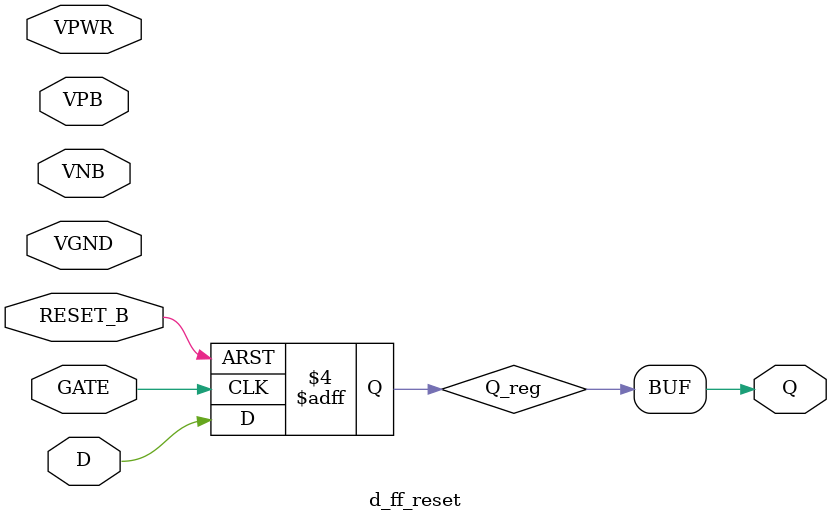
<source format=v>
module d_ff_reset (
    input D,
    input RESET_B,
    input GATE,
    input VPWR,
    input VGND,
    input VPB,
    input VNB,
    output reg Q
);

    reg Q_reg;
    
    always @(posedge GATE or negedge RESET_B)
    begin
        if (!RESET_B)
            Q_reg <= 1'b0;
        else
            Q_reg <= D;
    end

    always @*
    begin
        Q = Q_reg;
    end

endmodule
</source>
